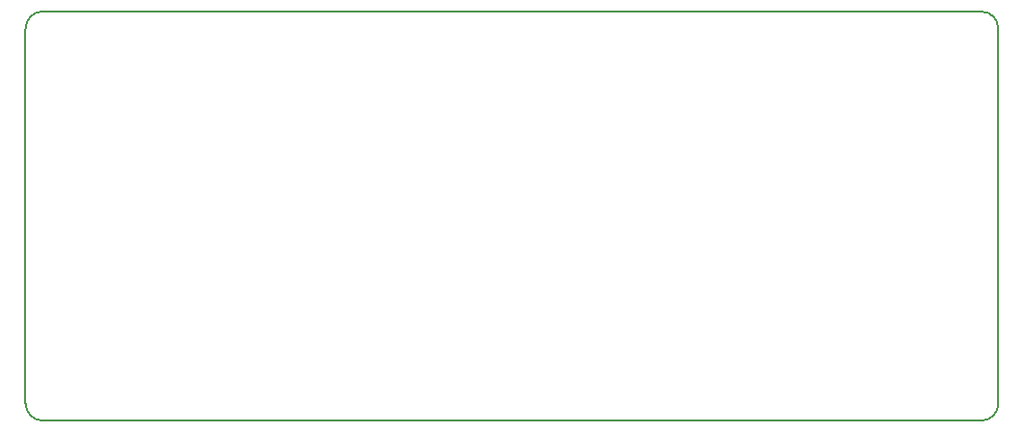
<source format=gbr>
%TF.GenerationSoftware,KiCad,Pcbnew,8.0.7*%
%TF.CreationDate,2025-08-07T00:01:01+05:30*%
%TF.ProjectId,Power_Supply,506f7765-725f-4537-9570-706c792e6b69,rev?*%
%TF.SameCoordinates,Original*%
%TF.FileFunction,Profile,NP*%
%FSLAX46Y46*%
G04 Gerber Fmt 4.6, Leading zero omitted, Abs format (unit mm)*
G04 Created by KiCad (PCBNEW 8.0.7) date 2025-08-07 00:01:01*
%MOMM*%
%LPD*%
G01*
G04 APERTURE LIST*
%TA.AperFunction,Profile*%
%ADD10C,0.200000*%
%TD*%
G04 APERTURE END LIST*
D10*
X185000000Y-99500000D02*
G75*
G02*
X183500000Y-101000000I-1500000J0D01*
G01*
X183500000Y-65000000D02*
G75*
G02*
X185000000Y-66500000I0J-1500000D01*
G01*
X101000000Y-101000000D02*
G75*
G02*
X99500000Y-99500000I0J1500000D01*
G01*
X99500000Y-66500000D02*
G75*
G02*
X101000000Y-65000000I1500000J0D01*
G01*
X101000000Y-65000000D02*
X183500000Y-65000000D01*
X185000000Y-66500000D02*
X185000000Y-99500000D01*
X183500000Y-101000000D02*
X101000000Y-101000000D01*
X99500000Y-99500000D02*
X99500000Y-66500000D01*
M02*

</source>
